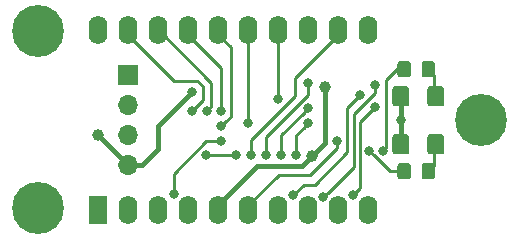
<source format=gtl>
G04 #@! TF.GenerationSoftware,KiCad,Pcbnew,5.99.0-unknown-r17001-43768b71*
G04 #@! TF.CreationDate,2020-02-09T00:01:31+01:00*
G04 #@! TF.ProjectId,PD243X Display,50443234-3358-4204-9469-73706c61792e,1*
G04 #@! TF.SameCoordinates,Original*
G04 #@! TF.FileFunction,Copper,L1,Top*
G04 #@! TF.FilePolarity,Positive*
%FSLAX46Y46*%
G04 Gerber Fmt 4.6, Leading zero omitted, Abs format (unit mm)*
G04 Created by KiCad (PCBNEW 5.99.0-unknown-r17001-43768b71) date 2020-02-09 00:01:31*
%MOMM*%
%LPD*%
G04 APERTURE LIST*
%ADD10R,1.600000X2.400000*%
%ADD11O,1.600000X2.400000*%
%ADD12C,0.700000*%
%ADD13C,4.400000*%
%ADD14R,1.700000X1.700000*%
%ADD15O,1.700000X1.700000*%
%ADD16C,0.800000*%
%ADD17C,1.000000*%
%ADD18C,0.254000*%
%ADD19C,0.400000*%
%ADD20C,0.250000*%
G04 APERTURE END LIST*
D10*
X94488000Y-92456000D03*
D11*
X97028000Y-92456000D03*
X99568000Y-92456000D03*
X117348000Y-77216000D03*
X102108000Y-92456000D03*
X114808000Y-77216000D03*
X104648000Y-92456000D03*
X112268000Y-77216000D03*
X107188000Y-92456000D03*
X109728000Y-77216000D03*
X109728000Y-92456000D03*
X107188000Y-77216000D03*
X112268000Y-92456000D03*
X104648000Y-77216000D03*
X114808000Y-92456000D03*
X102108000Y-77216000D03*
X117348000Y-92456000D03*
X99568000Y-77216000D03*
X97028000Y-77216000D03*
X94488000Y-77216000D03*
D12*
X128034726Y-83669274D03*
X126868000Y-83186000D03*
X125701274Y-83669274D03*
X125218000Y-84836000D03*
X125701274Y-86002726D03*
X126868000Y-86486000D03*
X128034726Y-86002726D03*
X128518000Y-84836000D03*
D13*
X126868000Y-84836000D03*
D12*
X90574726Y-91136874D03*
X89408000Y-90653600D03*
X88241274Y-91136874D03*
X87758000Y-92303600D03*
X88241274Y-93470326D03*
X89408000Y-93953600D03*
X90574726Y-93470326D03*
X91058000Y-92303600D03*
D13*
X89408000Y-92303600D03*
D12*
X90574726Y-76150874D03*
X89408000Y-75667600D03*
X88241274Y-76150874D03*
X87758000Y-77317600D03*
X88241274Y-78484326D03*
X89408000Y-78967600D03*
X90574726Y-78484326D03*
X91058000Y-77317600D03*
D13*
X89408000Y-77317600D03*
D14*
X97028000Y-81022000D03*
D15*
X97028000Y-83562000D03*
X97028000Y-86102000D03*
X97028000Y-88642000D03*
G04 #@! TA.AperFunction,SMDPad,CuDef*
G36*
X122848671Y-88473030D02*
G01*
X122929777Y-88527223D01*
X122983970Y-88608329D01*
X123003000Y-88703999D01*
X123003000Y-89604001D01*
X122983970Y-89699671D01*
X122929777Y-89780777D01*
X122848671Y-89834970D01*
X122753001Y-89854000D01*
X122102999Y-89854000D01*
X122007329Y-89834970D01*
X121926223Y-89780777D01*
X121872030Y-89699671D01*
X121853000Y-89604001D01*
X121853000Y-88703999D01*
X121872030Y-88608329D01*
X121926223Y-88527223D01*
X122007329Y-88473030D01*
X122102999Y-88454000D01*
X122753001Y-88454000D01*
X122848671Y-88473030D01*
G37*
G04 #@! TD.AperFunction*
G04 #@! TA.AperFunction,SMDPad,CuDef*
G36*
X120798671Y-88473030D02*
G01*
X120879777Y-88527223D01*
X120933970Y-88608329D01*
X120953000Y-88703999D01*
X120953000Y-89604001D01*
X120933970Y-89699671D01*
X120879777Y-89780777D01*
X120798671Y-89834970D01*
X120703001Y-89854000D01*
X120052999Y-89854000D01*
X119957329Y-89834970D01*
X119876223Y-89780777D01*
X119822030Y-89699671D01*
X119803000Y-89604001D01*
X119803000Y-88703999D01*
X119822030Y-88608329D01*
X119876223Y-88527223D01*
X119957329Y-88473030D01*
X120052999Y-88454000D01*
X120703001Y-88454000D01*
X120798671Y-88473030D01*
G37*
G04 #@! TD.AperFunction*
G04 #@! TA.AperFunction,SMDPad,CuDef*
G36*
X120798671Y-79837030D02*
G01*
X120879777Y-79891223D01*
X120933970Y-79972329D01*
X120953000Y-80067999D01*
X120953000Y-80968001D01*
X120933970Y-81063671D01*
X120879777Y-81144777D01*
X120798671Y-81198970D01*
X120703001Y-81218000D01*
X120052999Y-81218000D01*
X119957329Y-81198970D01*
X119876223Y-81144777D01*
X119822030Y-81063671D01*
X119803000Y-80968001D01*
X119803000Y-80067999D01*
X119822030Y-79972329D01*
X119876223Y-79891223D01*
X119957329Y-79837030D01*
X120052999Y-79818000D01*
X120703001Y-79818000D01*
X120798671Y-79837030D01*
G37*
G04 #@! TD.AperFunction*
G04 #@! TA.AperFunction,SMDPad,CuDef*
G36*
X122848671Y-79837030D02*
G01*
X122929777Y-79891223D01*
X122983970Y-79972329D01*
X123003000Y-80067999D01*
X123003000Y-80968001D01*
X122983970Y-81063671D01*
X122929777Y-81144777D01*
X122848671Y-81198970D01*
X122753001Y-81218000D01*
X122102999Y-81218000D01*
X122007329Y-81198970D01*
X121926223Y-81144777D01*
X121872030Y-81063671D01*
X121853000Y-80968001D01*
X121853000Y-80067999D01*
X121872030Y-79972329D01*
X121926223Y-79891223D01*
X122007329Y-79837030D01*
X122102999Y-79818000D01*
X122753001Y-79818000D01*
X122848671Y-79837030D01*
G37*
G04 #@! TD.AperFunction*
G04 #@! TA.AperFunction,SMDPad,CuDef*
G36*
X123621171Y-86012030D02*
G01*
X123702277Y-86066223D01*
X123756470Y-86147329D01*
X123775500Y-86243000D01*
X123775500Y-87493000D01*
X123756470Y-87588671D01*
X123702277Y-87669777D01*
X123621171Y-87723970D01*
X123525500Y-87743000D01*
X122600500Y-87743000D01*
X122504829Y-87723970D01*
X122423723Y-87669777D01*
X122369530Y-87588671D01*
X122350500Y-87493000D01*
X122350500Y-86243000D01*
X122369530Y-86147329D01*
X122423723Y-86066223D01*
X122504829Y-86012030D01*
X122600500Y-85993000D01*
X123525500Y-85993000D01*
X123621171Y-86012030D01*
G37*
G04 #@! TD.AperFunction*
G04 #@! TA.AperFunction,SMDPad,CuDef*
G36*
X120646171Y-86012030D02*
G01*
X120727277Y-86066223D01*
X120781470Y-86147329D01*
X120800500Y-86243000D01*
X120800500Y-87493000D01*
X120781470Y-87588671D01*
X120727277Y-87669777D01*
X120646171Y-87723970D01*
X120550500Y-87743000D01*
X119625500Y-87743000D01*
X119529829Y-87723970D01*
X119448723Y-87669777D01*
X119394530Y-87588671D01*
X119375500Y-87493000D01*
X119375500Y-86243000D01*
X119394530Y-86147329D01*
X119448723Y-86066223D01*
X119529829Y-86012030D01*
X119625500Y-85993000D01*
X120550500Y-85993000D01*
X120646171Y-86012030D01*
G37*
G04 #@! TD.AperFunction*
G04 #@! TA.AperFunction,SMDPad,CuDef*
G36*
X123621171Y-81948030D02*
G01*
X123702277Y-82002223D01*
X123756470Y-82083329D01*
X123775500Y-82179000D01*
X123775500Y-83429000D01*
X123756470Y-83524671D01*
X123702277Y-83605777D01*
X123621171Y-83659970D01*
X123525500Y-83679000D01*
X122600500Y-83679000D01*
X122504829Y-83659970D01*
X122423723Y-83605777D01*
X122369530Y-83524671D01*
X122350500Y-83429000D01*
X122350500Y-82179000D01*
X122369530Y-82083329D01*
X122423723Y-82002223D01*
X122504829Y-81948030D01*
X122600500Y-81929000D01*
X123525500Y-81929000D01*
X123621171Y-81948030D01*
G37*
G04 #@! TD.AperFunction*
G04 #@! TA.AperFunction,SMDPad,CuDef*
G36*
X120646171Y-81948030D02*
G01*
X120727277Y-82002223D01*
X120781470Y-82083329D01*
X120800500Y-82179000D01*
X120800500Y-83429000D01*
X120781470Y-83524671D01*
X120727277Y-83605777D01*
X120646171Y-83659970D01*
X120550500Y-83679000D01*
X119625500Y-83679000D01*
X119529829Y-83659970D01*
X119448723Y-83605777D01*
X119394530Y-83524671D01*
X119375500Y-83429000D01*
X119375500Y-82179000D01*
X119394530Y-82083329D01*
X119448723Y-82002223D01*
X119529829Y-81948030D01*
X119625500Y-81929000D01*
X120550500Y-81929000D01*
X120646171Y-81948030D01*
G37*
G04 #@! TD.AperFunction*
D16*
X100865790Y-91120171D03*
D17*
X94488000Y-86106000D03*
D16*
X113525959Y-91370053D03*
X117919502Y-83693000D03*
X110997999Y-91186000D03*
X102425500Y-82423000D03*
X103657894Y-84036394D03*
X102425500Y-84074000D03*
X104902000Y-85344000D03*
X104901996Y-84074000D03*
X104902000Y-86614000D03*
X106172010Y-87757000D03*
X117919500Y-81851500D03*
X116598800Y-82753300D03*
X112267996Y-81724500D03*
D17*
X113664996Y-82042000D03*
D16*
X112268000Y-83820000D03*
X118554500Y-87414257D03*
X117411502Y-87414257D03*
X114725251Y-86633247D03*
X112268000Y-85070990D03*
X107188000Y-85070990D03*
X111252000Y-87757000D03*
D17*
X112544051Y-87914013D03*
D16*
X120088000Y-84826500D03*
X116006507Y-91183971D03*
X109728001Y-83057997D03*
X109982000Y-87757000D03*
X108712000Y-87757000D03*
X107442000Y-87757000D03*
X103631992Y-87757000D03*
D18*
X100865790Y-91120171D02*
X100865790Y-89386024D01*
X103637814Y-86614000D02*
X104902000Y-86614000D01*
X100865790Y-89386024D02*
X103637814Y-86614000D01*
D19*
X94492000Y-86106000D02*
X94488000Y-86106000D01*
X97028000Y-88642000D02*
X94492000Y-86106000D01*
X99504500Y-85344000D02*
X99504500Y-87312500D01*
X102425500Y-82423000D02*
X99504500Y-85344000D01*
X99504500Y-87312500D02*
X98175000Y-88642000D01*
X98175000Y-88642000D02*
X97028000Y-88642000D01*
D18*
X117919500Y-81851500D02*
X117919500Y-82537116D01*
X116122488Y-84334128D02*
X116122488Y-88773524D01*
X113925958Y-90970054D02*
X113525959Y-91370053D01*
X116122488Y-88773524D02*
X113925958Y-90970054D01*
X117919500Y-82537116D02*
X116122488Y-84334128D01*
X115570000Y-83782100D02*
X116198801Y-83153299D01*
X112839500Y-90297000D02*
X115570000Y-87566500D01*
X115570000Y-87566500D02*
X115570000Y-83782100D01*
X110997999Y-91186000D02*
X111886999Y-90297000D01*
X111886999Y-90297000D02*
X112839500Y-90297000D01*
X116198801Y-83153299D02*
X116598800Y-82753300D01*
X108712000Y-86233000D02*
X112267996Y-82677004D01*
X112267996Y-82290185D02*
X112267996Y-81724500D01*
X108712000Y-87757000D02*
X108712000Y-86233000D01*
X112267996Y-82677004D02*
X112267996Y-82290185D01*
X116630499Y-90559979D02*
X116630499Y-84982001D01*
X116006507Y-91183971D02*
X116630499Y-90559979D01*
X116630499Y-84982001D02*
X117919500Y-83693000D01*
X117919500Y-83693000D02*
X117919502Y-83693000D01*
X99568000Y-77616000D02*
X99768000Y-77416000D01*
X99768000Y-77416000D02*
X104057893Y-81705893D01*
X104057893Y-81705893D02*
X104057893Y-83636395D01*
X99568000Y-77216000D02*
X99568000Y-77616000D01*
X104057893Y-83636395D02*
X103657894Y-84036394D01*
X100907998Y-81495998D02*
X102870462Y-81495998D01*
X103352502Y-83146998D02*
X102825499Y-83674001D01*
X102825499Y-83674001D02*
X102425500Y-84074000D01*
X97028000Y-77216000D02*
X97028000Y-77616000D01*
X103352502Y-81978038D02*
X103352502Y-83146998D01*
X97028000Y-77616000D02*
X100907998Y-81495998D01*
X102870462Y-81495998D02*
X103352502Y-81978038D01*
X102108000Y-77216000D02*
X102108000Y-77616000D01*
X104648000Y-77616000D02*
X105702000Y-78670000D01*
X104648000Y-77216000D02*
X104648000Y-77616000D01*
X104901996Y-80409996D02*
X104901996Y-83508315D01*
X105702000Y-78670000D02*
X105702000Y-84544000D01*
X105301999Y-84944001D02*
X104902000Y-85344000D01*
X105702000Y-84544000D02*
X105301999Y-84944001D01*
X102108000Y-77616000D02*
X104901996Y-80409996D01*
X104901996Y-83508315D02*
X104901996Y-84074000D01*
X106172010Y-87757000D02*
X103631992Y-87757000D01*
D19*
X113664996Y-86793068D02*
X113664996Y-82749106D01*
X113664996Y-82749106D02*
X113664996Y-82042000D01*
X112544051Y-87914013D02*
X113664996Y-86793068D01*
D18*
X109982000Y-86106000D02*
X111868001Y-84219999D01*
X111868001Y-84219999D02*
X112268000Y-83820000D01*
X109982000Y-87757000D02*
X109982000Y-86106000D01*
X119761000Y-80518000D02*
X118848490Y-81430510D01*
X118848490Y-81430510D02*
X118848490Y-87120267D01*
X120378000Y-80518000D02*
X119761000Y-80518000D01*
X118848490Y-87120267D02*
X118554500Y-87414257D01*
X117811501Y-87814256D02*
X117411502Y-87414257D01*
X120378000Y-89154000D02*
X119151245Y-89154000D01*
X119151245Y-89154000D02*
X117811501Y-87814256D01*
X114725251Y-87198932D02*
X114725251Y-86633247D01*
X109759989Y-89484011D02*
X112440172Y-89484011D01*
X112440172Y-89484011D02*
X114725251Y-87198932D01*
X107188000Y-92056000D02*
X109759989Y-89484011D01*
X107188000Y-92456000D02*
X107188000Y-92056000D01*
X107188000Y-77216000D02*
X107188000Y-85070990D01*
X111252000Y-87757000D02*
X111252000Y-86086990D01*
X111252000Y-86086990D02*
X111868001Y-85470989D01*
X111868001Y-85470989D02*
X112268000Y-85070990D01*
D19*
X112544051Y-87914013D02*
X111701063Y-88757001D01*
X107946999Y-88757001D02*
X104648000Y-92056000D01*
X111701063Y-88757001D02*
X107946999Y-88757001D01*
D20*
X112544051Y-87914013D02*
X112463989Y-87914013D01*
D19*
X104648000Y-92056000D02*
X104648000Y-92456000D01*
X104062470Y-91870470D02*
X104648000Y-92456000D01*
X120088000Y-84826500D02*
X120088000Y-86868000D01*
X120088000Y-84782000D02*
X120088000Y-84826500D01*
X120088000Y-82804000D02*
X120088000Y-84782000D01*
D18*
X122899500Y-86868000D02*
X122899500Y-88682500D01*
X122899500Y-88682500D02*
X122428000Y-89154000D01*
X122936000Y-82804000D02*
X122936000Y-81026000D01*
X122936000Y-81026000D02*
X122428000Y-80518000D01*
X107442000Y-86487000D02*
X111125000Y-82804000D01*
X107442000Y-87757000D02*
X107442000Y-86487000D01*
X111125000Y-82804000D02*
X111125000Y-81299000D01*
X111125000Y-81299000D02*
X114808000Y-77616000D01*
X114808000Y-77616000D02*
X114808000Y-77216000D01*
X109728000Y-77216000D02*
X109728001Y-78670001D01*
X109728001Y-78670001D02*
X109728001Y-83057997D01*
X97028000Y-77363407D02*
X97028000Y-77216000D01*
X104648000Y-77216000D02*
X104267000Y-77597000D01*
M02*

</source>
